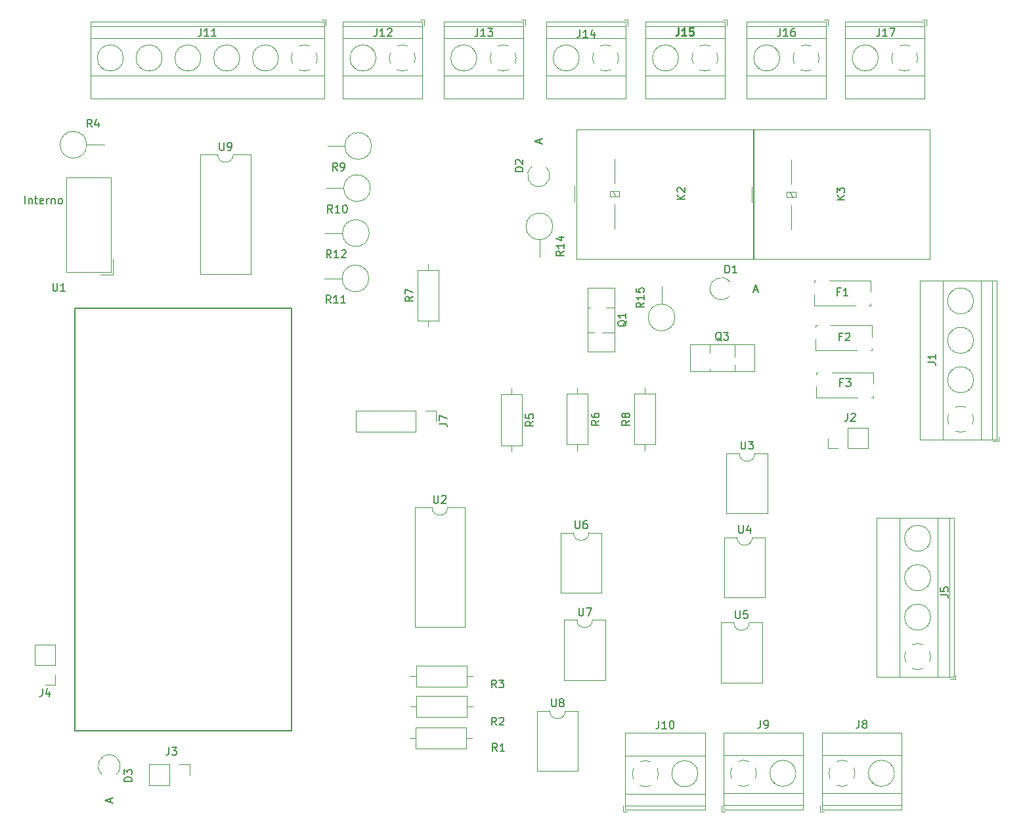
<source format=gbr>
%TF.GenerationSoftware,KiCad,Pcbnew,(5.1.9)-1*%
%TF.CreationDate,2021-11-17T10:25:35-03:00*%
%TF.ProjectId,MODULO-IoT,4d4f4455-4c4f-42d4-996f-542e6b696361,rev?*%
%TF.SameCoordinates,Original*%
%TF.FileFunction,Legend,Top*%
%TF.FilePolarity,Positive*%
%FSLAX46Y46*%
G04 Gerber Fmt 4.6, Leading zero omitted, Abs format (unit mm)*
G04 Created by KiCad (PCBNEW (5.1.9)-1) date 2021-11-17 10:25:35*
%MOMM*%
%LPD*%
G01*
G04 APERTURE LIST*
%ADD10C,0.120000*%
%ADD11C,0.127000*%
%ADD12C,0.150000*%
%ADD13C,0.250000*%
G04 APERTURE END LIST*
D10*
%TO.C,J4*%
X87385200Y-126432000D02*
X84725200Y-126432000D01*
X87385200Y-129032000D02*
X87385200Y-126432000D01*
X84725200Y-129032000D02*
X84725200Y-126432000D01*
X87385200Y-129032000D02*
X84725200Y-129032000D01*
X87385200Y-130302000D02*
X87385200Y-131632000D01*
X87385200Y-131632000D02*
X86055200Y-131632000D01*
%TO.C,D3*%
X93366734Y-143090650D02*
G75*
G02*
X95235600Y-143150039I968866J1053850D01*
G01*
%TO.C,J10*%
X170234400Y-143052800D02*
G75*
G03*
X170234400Y-143052800I-1680000J0D01*
G01*
X160874400Y-147152800D02*
X171154400Y-147152800D01*
X160874400Y-145652800D02*
X171154400Y-145652800D01*
X160874400Y-140751800D02*
X171154400Y-140751800D01*
X160874400Y-137791800D02*
X171154400Y-137791800D01*
X160874400Y-147712800D02*
X171154400Y-147712800D01*
X160874400Y-137791800D02*
X160874400Y-147712800D01*
X171154400Y-137791800D02*
X171154400Y-147712800D01*
X169829400Y-141983800D02*
X169782400Y-142029800D01*
X167520400Y-144291800D02*
X167485400Y-144326800D01*
X169624400Y-141777800D02*
X169589400Y-141813800D01*
X167327400Y-144075800D02*
X167280400Y-144121800D01*
X160634400Y-147212800D02*
X160634400Y-147952800D01*
X160634400Y-147952800D02*
X161134400Y-147952800D01*
X163503205Y-144733053D02*
G75*
G02*
X162790400Y-144587800I-28805J1680253D01*
G01*
X161938974Y-143735842D02*
G75*
G02*
X161939400Y-142368800I1535426J683042D01*
G01*
X162791358Y-141517374D02*
G75*
G02*
X164158400Y-141517800I683042J-1535426D01*
G01*
X165009826Y-142369758D02*
G75*
G02*
X165009400Y-143736800I-1535426J-683042D01*
G01*
X164157718Y-144587556D02*
G75*
G02*
X163474400Y-144732800I-683318J1534756D01*
G01*
%TO.C,J9*%
X182883600Y-143002000D02*
G75*
G03*
X182883600Y-143002000I-1680000J0D01*
G01*
X173523600Y-147102000D02*
X183803600Y-147102000D01*
X173523600Y-145602000D02*
X183803600Y-145602000D01*
X173523600Y-140701000D02*
X183803600Y-140701000D01*
X173523600Y-137741000D02*
X183803600Y-137741000D01*
X173523600Y-147662000D02*
X183803600Y-147662000D01*
X173523600Y-137741000D02*
X173523600Y-147662000D01*
X183803600Y-137741000D02*
X183803600Y-147662000D01*
X182478600Y-141933000D02*
X182431600Y-141979000D01*
X180169600Y-144241000D02*
X180134600Y-144276000D01*
X182273600Y-141727000D02*
X182238600Y-141763000D01*
X179976600Y-144025000D02*
X179929600Y-144071000D01*
X173283600Y-147162000D02*
X173283600Y-147902000D01*
X173283600Y-147902000D02*
X173783600Y-147902000D01*
X176152405Y-144682253D02*
G75*
G02*
X175439600Y-144537000I-28805J1680253D01*
G01*
X174588174Y-143685042D02*
G75*
G02*
X174588600Y-142318000I1535426J683042D01*
G01*
X175440558Y-141466574D02*
G75*
G02*
X176807600Y-141467000I683042J-1535426D01*
G01*
X177659026Y-142318958D02*
G75*
G02*
X177658600Y-143686000I-1535426J-683042D01*
G01*
X176806918Y-144536756D02*
G75*
G02*
X176123600Y-144682000I-683318J1534756D01*
G01*
%TO.C,J8*%
X195583600Y-143002000D02*
G75*
G03*
X195583600Y-143002000I-1680000J0D01*
G01*
X186223600Y-147102000D02*
X196503600Y-147102000D01*
X186223600Y-145602000D02*
X196503600Y-145602000D01*
X186223600Y-140701000D02*
X196503600Y-140701000D01*
X186223600Y-137741000D02*
X196503600Y-137741000D01*
X186223600Y-147662000D02*
X196503600Y-147662000D01*
X186223600Y-137741000D02*
X186223600Y-147662000D01*
X196503600Y-137741000D02*
X196503600Y-147662000D01*
X195178600Y-141933000D02*
X195131600Y-141979000D01*
X192869600Y-144241000D02*
X192834600Y-144276000D01*
X194973600Y-141727000D02*
X194938600Y-141763000D01*
X192676600Y-144025000D02*
X192629600Y-144071000D01*
X185983600Y-147162000D02*
X185983600Y-147902000D01*
X185983600Y-147902000D02*
X186483600Y-147902000D01*
X188852405Y-144682253D02*
G75*
G02*
X188139600Y-144537000I-28805J1680253D01*
G01*
X187288174Y-143685042D02*
G75*
G02*
X187288600Y-142318000I1535426J683042D01*
G01*
X188140558Y-141466574D02*
G75*
G02*
X189507600Y-141467000I683042J-1535426D01*
G01*
X190359026Y-142318958D02*
G75*
G02*
X190358600Y-143686000I-1535426J-683042D01*
G01*
X189506918Y-144536756D02*
G75*
G02*
X188823600Y-144682000I-683318J1534756D01*
G01*
%TO.C,K3*%
X182286000Y-67077600D02*
X182286000Y-63927600D01*
X182286000Y-72927600D02*
X182286000Y-69777600D01*
X177176000Y-69427600D02*
X177176000Y-67427600D01*
X182886000Y-68777600D02*
X182886000Y-68077600D01*
X181686000Y-68777600D02*
X182886000Y-68777600D01*
X181686000Y-68077600D02*
X181686000Y-68777600D01*
X182886000Y-68077600D02*
X181686000Y-68077600D01*
X182486000Y-68777600D02*
X182086000Y-68077600D01*
X200136000Y-76777600D02*
X200136000Y-60077600D01*
X177436000Y-76777600D02*
X200136000Y-76777600D01*
X177436000Y-60077600D02*
X177436000Y-76777600D01*
X200136000Y-60077600D02*
X177436000Y-60077600D01*
%TO.C,R7*%
X135432800Y-77392400D02*
X135432800Y-78162400D01*
X135432800Y-85472400D02*
X135432800Y-84702400D01*
X134062800Y-78162400D02*
X134062800Y-84702400D01*
X136802800Y-78162400D02*
X134062800Y-78162400D01*
X136802800Y-84702400D02*
X136802800Y-78162400D01*
X134062800Y-84702400D02*
X136802800Y-84702400D01*
%TO.C,J12*%
X134970800Y-45950000D02*
X134470800Y-45950000D01*
X134970800Y-46690000D02*
X134970800Y-45950000D01*
X128277800Y-49827000D02*
X128324800Y-49781000D01*
X125980800Y-52125000D02*
X126015800Y-52089000D01*
X128084800Y-49611000D02*
X128119800Y-49576000D01*
X125775800Y-51919000D02*
X125822800Y-51873000D01*
X124450800Y-56111000D02*
X124450800Y-46190000D01*
X134730800Y-56111000D02*
X134730800Y-46190000D01*
X134730800Y-46190000D02*
X124450800Y-46190000D01*
X134730800Y-56111000D02*
X124450800Y-56111000D01*
X134730800Y-53151000D02*
X124450800Y-53151000D01*
X134730800Y-48250000D02*
X124450800Y-48250000D01*
X134730800Y-46750000D02*
X124450800Y-46750000D01*
X128730800Y-50850000D02*
G75*
G03*
X128730800Y-50850000I-1680000J0D01*
G01*
X132101995Y-49169747D02*
G75*
G02*
X132814800Y-49315000I28805J-1680253D01*
G01*
X133666226Y-50166958D02*
G75*
G02*
X133665800Y-51534000I-1535426J-683042D01*
G01*
X132813842Y-52385426D02*
G75*
G02*
X131446800Y-52385000I-683042J1535426D01*
G01*
X130595374Y-51533042D02*
G75*
G02*
X130595800Y-50166000I1535426J683042D01*
G01*
X131447482Y-49315244D02*
G75*
G02*
X132130800Y-49170000I683318J-1534756D01*
G01*
%TO.C,K2*%
X159476800Y-67026800D02*
X159476800Y-63876800D01*
X159476800Y-72876800D02*
X159476800Y-69726800D01*
X154366800Y-69376800D02*
X154366800Y-67376800D01*
X160076800Y-68726800D02*
X160076800Y-68026800D01*
X158876800Y-68726800D02*
X160076800Y-68726800D01*
X158876800Y-68026800D02*
X158876800Y-68726800D01*
X160076800Y-68026800D02*
X158876800Y-68026800D01*
X159676800Y-68726800D02*
X159276800Y-68026800D01*
X177326800Y-76726800D02*
X177326800Y-60026800D01*
X154626800Y-76726800D02*
X177326800Y-76726800D01*
X154626800Y-60026800D02*
X154626800Y-76726800D01*
X177326800Y-60026800D02*
X154626800Y-60026800D01*
%TO.C,J16*%
X187040800Y-45950000D02*
X186540800Y-45950000D01*
X187040800Y-46690000D02*
X187040800Y-45950000D01*
X180347800Y-49827000D02*
X180394800Y-49781000D01*
X178050800Y-52125000D02*
X178085800Y-52089000D01*
X180154800Y-49611000D02*
X180189800Y-49576000D01*
X177845800Y-51919000D02*
X177892800Y-51873000D01*
X176520800Y-56111000D02*
X176520800Y-46190000D01*
X186800800Y-56111000D02*
X186800800Y-46190000D01*
X186800800Y-46190000D02*
X176520800Y-46190000D01*
X186800800Y-56111000D02*
X176520800Y-56111000D01*
X186800800Y-53151000D02*
X176520800Y-53151000D01*
X186800800Y-48250000D02*
X176520800Y-48250000D01*
X186800800Y-46750000D02*
X176520800Y-46750000D01*
X180800800Y-50850000D02*
G75*
G03*
X180800800Y-50850000I-1680000J0D01*
G01*
X184171995Y-49169747D02*
G75*
G02*
X184884800Y-49315000I28805J-1680253D01*
G01*
X185736226Y-50166958D02*
G75*
G02*
X185735800Y-51534000I-1535426J-683042D01*
G01*
X184883842Y-52385426D02*
G75*
G02*
X183516800Y-52385000I-683042J1535426D01*
G01*
X182665374Y-51533042D02*
G75*
G02*
X182665800Y-50166000I1535426J683042D01*
G01*
X183517482Y-49315244D02*
G75*
G02*
X184200800Y-49170000I683318J-1534756D01*
G01*
%TO.C,U7*%
X154651200Y-123231600D02*
X153001200Y-123231600D01*
X153001200Y-123231600D02*
X153001200Y-130971600D01*
X153001200Y-130971600D02*
X158301200Y-130971600D01*
X158301200Y-130971600D02*
X158301200Y-123231600D01*
X158301200Y-123231600D02*
X156651200Y-123231600D01*
X156651200Y-123231600D02*
G75*
G02*
X154651200Y-123231600I-1000000J0D01*
G01*
%TO.C,D1*%
X174281850Y-81537666D02*
G75*
G02*
X174341239Y-79668800I-1053850J968866D01*
G01*
%TO.C,D2*%
X150676466Y-64935350D02*
G75*
G02*
X148807600Y-64875961I-968866J-1053850D01*
G01*
%TO.C,J1*%
X209014400Y-100223600D02*
X209014400Y-99723600D01*
X208274400Y-100223600D02*
X209014400Y-100223600D01*
X205137400Y-83370600D02*
X205183400Y-83417600D01*
X202839400Y-81073600D02*
X202875400Y-81108600D01*
X205353400Y-83177600D02*
X205388400Y-83212600D01*
X203045400Y-80868600D02*
X203091400Y-80915600D01*
X205137400Y-88450600D02*
X205183400Y-88497600D01*
X202839400Y-86153600D02*
X202875400Y-86188600D01*
X205353400Y-88257600D02*
X205388400Y-88292600D01*
X203045400Y-85948600D02*
X203091400Y-85995600D01*
X205137400Y-93530600D02*
X205183400Y-93577600D01*
X202839400Y-91233600D02*
X202875400Y-91268600D01*
X205353400Y-93337600D02*
X205388400Y-93372600D01*
X203045400Y-91028600D02*
X203091400Y-91075600D01*
X198853400Y-79543600D02*
X208774400Y-79543600D01*
X198853400Y-99983600D02*
X208774400Y-99983600D01*
X208774400Y-99983600D02*
X208774400Y-79543600D01*
X198853400Y-99983600D02*
X198853400Y-79543600D01*
X201813400Y-99983600D02*
X201813400Y-79543600D01*
X206714400Y-99983600D02*
X206714400Y-79543600D01*
X208214400Y-99983600D02*
X208214400Y-79543600D01*
X205794400Y-82143600D02*
G75*
G03*
X205794400Y-82143600I-1680000J0D01*
G01*
X205794400Y-87223600D02*
G75*
G03*
X205794400Y-87223600I-1680000J0D01*
G01*
X205794400Y-92303600D02*
G75*
G03*
X205794400Y-92303600I-1680000J0D01*
G01*
X205649156Y-96700282D02*
G75*
G02*
X205794400Y-97383600I-1534756J-683318D01*
G01*
X203431358Y-95848174D02*
G75*
G02*
X204798400Y-95848600I683042J-1535426D01*
G01*
X202578974Y-98066642D02*
G75*
G02*
X202579400Y-96699600I1535426J683042D01*
G01*
X204797442Y-98919026D02*
G75*
G02*
X203430400Y-98918600I-683042J1535426D01*
G01*
X205794653Y-97354795D02*
G75*
G02*
X205649400Y-98067600I-1680253J-28805D01*
G01*
%TO.C,J2*%
X192185600Y-101152000D02*
X192185600Y-98492000D01*
X189585600Y-101152000D02*
X192185600Y-101152000D01*
X189585600Y-98492000D02*
X192185600Y-98492000D01*
X189585600Y-101152000D02*
X189585600Y-98492000D01*
X188315600Y-101152000D02*
X186985600Y-101152000D01*
X186985600Y-101152000D02*
X186985600Y-99822000D01*
%TO.C,J5*%
X200257200Y-122885200D02*
G75*
G03*
X200257200Y-122885200I-1680000J0D01*
G01*
X200257200Y-117805200D02*
G75*
G03*
X200257200Y-117805200I-1680000J0D01*
G01*
X200257200Y-112725200D02*
G75*
G03*
X200257200Y-112725200I-1680000J0D01*
G01*
X202677200Y-130565200D02*
X202677200Y-110125200D01*
X201177200Y-130565200D02*
X201177200Y-110125200D01*
X196276200Y-130565200D02*
X196276200Y-110125200D01*
X193316200Y-130565200D02*
X193316200Y-110125200D01*
X203237200Y-130565200D02*
X203237200Y-110125200D01*
X193316200Y-130565200D02*
X203237200Y-130565200D01*
X193316200Y-110125200D02*
X203237200Y-110125200D01*
X197508200Y-121610200D02*
X197554200Y-121657200D01*
X199816200Y-123919200D02*
X199851200Y-123954200D01*
X197302200Y-121815200D02*
X197338200Y-121850200D01*
X199600200Y-124112200D02*
X199646200Y-124159200D01*
X197508200Y-116530200D02*
X197554200Y-116577200D01*
X199816200Y-118839200D02*
X199851200Y-118874200D01*
X197302200Y-116735200D02*
X197338200Y-116770200D01*
X199600200Y-119032200D02*
X199646200Y-119079200D01*
X197508200Y-111450200D02*
X197554200Y-111497200D01*
X199816200Y-113759200D02*
X199851200Y-113794200D01*
X197302200Y-111655200D02*
X197338200Y-111690200D01*
X199600200Y-113952200D02*
X199646200Y-113999200D01*
X202737200Y-130805200D02*
X203477200Y-130805200D01*
X203477200Y-130805200D02*
X203477200Y-130305200D01*
X200257453Y-127936395D02*
G75*
G02*
X200112200Y-128649200I-1680253J-28805D01*
G01*
X199260242Y-129500626D02*
G75*
G02*
X197893200Y-129500200I-683042J1535426D01*
G01*
X197041774Y-128648242D02*
G75*
G02*
X197042200Y-127281200I1535426J683042D01*
G01*
X197894158Y-126429774D02*
G75*
G02*
X199261200Y-126430200I683042J-1535426D01*
G01*
X200111956Y-127281882D02*
G75*
G02*
X200257200Y-127965200I-1534756J-683318D01*
G01*
%TO.C,J17*%
X199740800Y-45950000D02*
X199240800Y-45950000D01*
X199740800Y-46690000D02*
X199740800Y-45950000D01*
X193047800Y-49827000D02*
X193094800Y-49781000D01*
X190750800Y-52125000D02*
X190785800Y-52089000D01*
X192854800Y-49611000D02*
X192889800Y-49576000D01*
X190545800Y-51919000D02*
X190592800Y-51873000D01*
X189220800Y-56111000D02*
X189220800Y-46190000D01*
X199500800Y-56111000D02*
X199500800Y-46190000D01*
X199500800Y-46190000D02*
X189220800Y-46190000D01*
X199500800Y-56111000D02*
X189220800Y-56111000D01*
X199500800Y-53151000D02*
X189220800Y-53151000D01*
X199500800Y-48250000D02*
X189220800Y-48250000D01*
X199500800Y-46750000D02*
X189220800Y-46750000D01*
X193500800Y-50850000D02*
G75*
G03*
X193500800Y-50850000I-1680000J0D01*
G01*
X196217482Y-49315244D02*
G75*
G02*
X196900800Y-49170000I683318J-1534756D01*
G01*
X195365374Y-51533042D02*
G75*
G02*
X195365800Y-50166000I1535426J683042D01*
G01*
X197583842Y-52385426D02*
G75*
G02*
X196216800Y-52385000I-683042J1535426D01*
G01*
X198436226Y-50166958D02*
G75*
G02*
X198435800Y-51534000I-1535426J-683042D01*
G01*
X196871995Y-49169747D02*
G75*
G02*
X197584800Y-49315000I28805J-1680253D01*
G01*
%TO.C,J7*%
X136458000Y-96307600D02*
X136458000Y-97637600D01*
X135128000Y-96307600D02*
X136458000Y-96307600D01*
X133858000Y-96307600D02*
X133858000Y-98967600D01*
X133858000Y-98967600D02*
X126178000Y-98967600D01*
X133858000Y-96307600D02*
X126178000Y-96307600D01*
X126178000Y-96307600D02*
X126178000Y-98967600D01*
%TO.C,R1*%
X140379200Y-139850800D02*
X140379200Y-137110800D01*
X140379200Y-137110800D02*
X133839200Y-137110800D01*
X133839200Y-137110800D02*
X133839200Y-139850800D01*
X133839200Y-139850800D02*
X140379200Y-139850800D01*
X141149200Y-138480800D02*
X140379200Y-138480800D01*
X133069200Y-138480800D02*
X133839200Y-138480800D01*
%TO.C,R2*%
X133170800Y-134416800D02*
X133940800Y-134416800D01*
X141250800Y-134416800D02*
X140480800Y-134416800D01*
X133940800Y-135786800D02*
X140480800Y-135786800D01*
X133940800Y-133046800D02*
X133940800Y-135786800D01*
X140480800Y-133046800D02*
X133940800Y-133046800D01*
X140480800Y-135786800D02*
X140480800Y-133046800D01*
%TO.C,R3*%
X140430000Y-131875200D02*
X140430000Y-129135200D01*
X140430000Y-129135200D02*
X133890000Y-129135200D01*
X133890000Y-129135200D02*
X133890000Y-131875200D01*
X133890000Y-131875200D02*
X140430000Y-131875200D01*
X141200000Y-130505200D02*
X140430000Y-130505200D01*
X133120000Y-130505200D02*
X133890000Y-130505200D01*
%TO.C,R5*%
X146202400Y-101525200D02*
X146202400Y-100755200D01*
X146202400Y-93445200D02*
X146202400Y-94215200D01*
X147572400Y-100755200D02*
X147572400Y-94215200D01*
X144832400Y-100755200D02*
X147572400Y-100755200D01*
X144832400Y-94215200D02*
X144832400Y-100755200D01*
X147572400Y-94215200D02*
X144832400Y-94215200D01*
%TO.C,R6*%
X154686000Y-101423600D02*
X154686000Y-100653600D01*
X154686000Y-93343600D02*
X154686000Y-94113600D01*
X156056000Y-100653600D02*
X156056000Y-94113600D01*
X153316000Y-100653600D02*
X156056000Y-100653600D01*
X153316000Y-94113600D02*
X153316000Y-100653600D01*
X156056000Y-94113600D02*
X153316000Y-94113600D01*
%TO.C,R8*%
X163372800Y-101423600D02*
X163372800Y-100653600D01*
X163372800Y-93343600D02*
X163372800Y-94113600D01*
X164742800Y-100653600D02*
X164742800Y-94113600D01*
X162002800Y-100653600D02*
X164742800Y-100653600D01*
X162002800Y-94113600D02*
X162002800Y-100653600D01*
X164742800Y-94113600D02*
X162002800Y-94113600D01*
%TO.C,Interno*%
X94854000Y-78749200D02*
X93244000Y-78749200D01*
X94854000Y-78749200D02*
X94854000Y-76749200D01*
X94574000Y-66209200D02*
X94574000Y-78459200D01*
X88814000Y-66209200D02*
X94574000Y-66209200D01*
X88814000Y-78469200D02*
X88814000Y-66209200D01*
X94564000Y-78469200D02*
X88824000Y-78469200D01*
D11*
%TO.C,U1*%
X117836000Y-137486000D02*
X89936000Y-137486000D01*
X117836000Y-83086000D02*
X117836000Y-137486000D01*
X89936000Y-83086000D02*
X117836000Y-83086000D01*
X89936000Y-137486000D02*
X89936000Y-83086000D01*
D10*
%TO.C,U2*%
X140191800Y-108753600D02*
X137956800Y-108753600D01*
X140191800Y-124113600D02*
X140191800Y-108753600D01*
X133721800Y-124113600D02*
X140191800Y-124113600D01*
X133721800Y-108753600D02*
X133721800Y-124113600D01*
X135956800Y-108753600D02*
X133721800Y-108753600D01*
X137956800Y-108753600D02*
G75*
G02*
X135956800Y-108753600I-1000000J0D01*
G01*
%TO.C,U3*%
X175580800Y-101794000D02*
X173930800Y-101794000D01*
X173930800Y-101794000D02*
X173930800Y-109534000D01*
X173930800Y-109534000D02*
X179230800Y-109534000D01*
X179230800Y-109534000D02*
X179230800Y-101794000D01*
X179230800Y-101794000D02*
X177580800Y-101794000D01*
X177580800Y-101794000D02*
G75*
G02*
X175580800Y-101794000I-1000000J0D01*
G01*
%TO.C,U4*%
X178926000Y-112614400D02*
X177276000Y-112614400D01*
X178926000Y-120354400D02*
X178926000Y-112614400D01*
X173626000Y-120354400D02*
X178926000Y-120354400D01*
X173626000Y-112614400D02*
X173626000Y-120354400D01*
X175276000Y-112614400D02*
X173626000Y-112614400D01*
X177276000Y-112614400D02*
G75*
G02*
X175276000Y-112614400I-1000000J0D01*
G01*
%TO.C,U5*%
X174869600Y-123587200D02*
X173219600Y-123587200D01*
X173219600Y-123587200D02*
X173219600Y-131327200D01*
X173219600Y-131327200D02*
X178519600Y-131327200D01*
X178519600Y-131327200D02*
X178519600Y-123587200D01*
X178519600Y-123587200D02*
X176869600Y-123587200D01*
X176869600Y-123587200D02*
G75*
G02*
X174869600Y-123587200I-1000000J0D01*
G01*
%TO.C,U6*%
X157844000Y-112004800D02*
X156194000Y-112004800D01*
X157844000Y-119744800D02*
X157844000Y-112004800D01*
X152544000Y-119744800D02*
X157844000Y-119744800D01*
X152544000Y-112004800D02*
X152544000Y-119744800D01*
X154194000Y-112004800D02*
X152544000Y-112004800D01*
X156194000Y-112004800D02*
G75*
G02*
X154194000Y-112004800I-1000000J0D01*
G01*
%TO.C,U8*%
X154796000Y-134966400D02*
X153146000Y-134966400D01*
X154796000Y-142706400D02*
X154796000Y-134966400D01*
X149496000Y-142706400D02*
X154796000Y-142706400D01*
X149496000Y-134966400D02*
X149496000Y-142706400D01*
X151146000Y-134966400D02*
X149496000Y-134966400D01*
X153146000Y-134966400D02*
G75*
G02*
X151146000Y-134966400I-1000000J0D01*
G01*
%TO.C,F1*%
X185214400Y-79787200D02*
X185214400Y-79537200D01*
X185214400Y-82737200D02*
X185214400Y-81286200D01*
X192514400Y-80987200D02*
X192514400Y-79537200D01*
X192514400Y-82737200D02*
X192514400Y-82487200D01*
X185435400Y-79537200D02*
X185214400Y-79537200D01*
X192514400Y-79537200D02*
X187192400Y-79537200D01*
X190535400Y-82737200D02*
X185214400Y-82737200D01*
X192514400Y-82737200D02*
X192293400Y-82737200D01*
%TO.C,F2*%
X192717600Y-88528400D02*
X192496600Y-88528400D01*
X190738600Y-88528400D02*
X185417600Y-88528400D01*
X192717600Y-85328400D02*
X187395600Y-85328400D01*
X185638600Y-85328400D02*
X185417600Y-85328400D01*
X192717600Y-88528400D02*
X192717600Y-88278400D01*
X192717600Y-86778400D02*
X192717600Y-85328400D01*
X185417600Y-88528400D02*
X185417600Y-87077400D01*
X185417600Y-85578400D02*
X185417600Y-85328400D01*
%TO.C,F3*%
X185519200Y-91623600D02*
X185519200Y-91373600D01*
X185519200Y-94573600D02*
X185519200Y-93122600D01*
X192819200Y-92823600D02*
X192819200Y-91373600D01*
X192819200Y-94573600D02*
X192819200Y-94323600D01*
X185740200Y-91373600D02*
X185519200Y-91373600D01*
X192819200Y-91373600D02*
X187497200Y-91373600D01*
X190840200Y-94573600D02*
X185519200Y-94573600D01*
X192819200Y-94573600D02*
X192598200Y-94573600D01*
%TO.C,U9*%
X112556600Y-63287600D02*
X110321600Y-63287600D01*
X112556600Y-78647600D02*
X112556600Y-63287600D01*
X106086600Y-78647600D02*
X112556600Y-78647600D01*
X106086600Y-63287600D02*
X106086600Y-78647600D01*
X108321600Y-63287600D02*
X106086600Y-63287600D01*
X110321600Y-63287600D02*
G75*
G02*
X108321600Y-63287600I-1000000J0D01*
G01*
%TO.C,J3*%
X99508000Y-141875200D02*
X99508000Y-144535200D01*
X102108000Y-141875200D02*
X99508000Y-141875200D01*
X102108000Y-144535200D02*
X99508000Y-144535200D01*
X102108000Y-141875200D02*
X102108000Y-144535200D01*
X103378000Y-141875200D02*
X104708000Y-141875200D01*
X104708000Y-141875200D02*
X104708000Y-143205200D01*
%TO.C,Q1*%
X156838400Y-86183000D02*
X156008400Y-86183000D01*
X159498400Y-86183000D02*
X157918400Y-86183000D01*
X156328400Y-82982000D02*
X156008400Y-82982000D01*
X159498400Y-82982000D02*
X158428400Y-82982000D01*
X159498400Y-88702000D02*
X156008400Y-88702000D01*
X159498400Y-80462000D02*
X156008400Y-80462000D01*
X156008400Y-80462000D02*
X156008400Y-88702000D01*
X159498400Y-80462000D02*
X159498400Y-88702000D01*
%TO.C,Q3*%
X169260400Y-87745200D02*
X177500400Y-87745200D01*
X169260400Y-91235200D02*
X177500400Y-91235200D01*
X169260400Y-87745200D02*
X169260400Y-91235200D01*
X177500400Y-87745200D02*
X177500400Y-91235200D01*
X171780400Y-87745200D02*
X171780400Y-88815200D01*
X171780400Y-90915200D02*
X171780400Y-91235200D01*
X174981400Y-87745200D02*
X174981400Y-89325200D01*
X174981400Y-90405200D02*
X174981400Y-91235200D01*
%TO.C,J13*%
X141735600Y-50850000D02*
G75*
G03*
X141735600Y-50850000I-1680000J0D01*
G01*
X147735600Y-46750000D02*
X137455600Y-46750000D01*
X147735600Y-48250000D02*
X137455600Y-48250000D01*
X147735600Y-53151000D02*
X137455600Y-53151000D01*
X147735600Y-56111000D02*
X137455600Y-56111000D01*
X147735600Y-46190000D02*
X137455600Y-46190000D01*
X147735600Y-56111000D02*
X147735600Y-46190000D01*
X137455600Y-56111000D02*
X137455600Y-46190000D01*
X138780600Y-51919000D02*
X138827600Y-51873000D01*
X141089600Y-49611000D02*
X141124600Y-49576000D01*
X138985600Y-52125000D02*
X139020600Y-52089000D01*
X141282600Y-49827000D02*
X141329600Y-49781000D01*
X147975600Y-46690000D02*
X147975600Y-45950000D01*
X147975600Y-45950000D02*
X147475600Y-45950000D01*
X144452282Y-49315244D02*
G75*
G02*
X145135600Y-49170000I683318J-1534756D01*
G01*
X143600174Y-51533042D02*
G75*
G02*
X143600600Y-50166000I1535426J683042D01*
G01*
X145818642Y-52385426D02*
G75*
G02*
X144451600Y-52385000I-683042J1535426D01*
G01*
X146671026Y-50166958D02*
G75*
G02*
X146670600Y-51534000I-1535426J-683042D01*
G01*
X145106795Y-49169747D02*
G75*
G02*
X145819600Y-49315000I28805J-1680253D01*
G01*
%TO.C,J14*%
X161183600Y-45950000D02*
X160683600Y-45950000D01*
X161183600Y-46690000D02*
X161183600Y-45950000D01*
X154490600Y-49827000D02*
X154537600Y-49781000D01*
X152193600Y-52125000D02*
X152228600Y-52089000D01*
X154297600Y-49611000D02*
X154332600Y-49576000D01*
X151988600Y-51919000D02*
X152035600Y-51873000D01*
X150663600Y-56111000D02*
X150663600Y-46190000D01*
X160943600Y-56111000D02*
X160943600Y-46190000D01*
X160943600Y-46190000D02*
X150663600Y-46190000D01*
X160943600Y-56111000D02*
X150663600Y-56111000D01*
X160943600Y-53151000D02*
X150663600Y-53151000D01*
X160943600Y-48250000D02*
X150663600Y-48250000D01*
X160943600Y-46750000D02*
X150663600Y-46750000D01*
X154943600Y-50850000D02*
G75*
G03*
X154943600Y-50850000I-1680000J0D01*
G01*
X158314795Y-49169747D02*
G75*
G02*
X159027600Y-49315000I28805J-1680253D01*
G01*
X159879026Y-50166958D02*
G75*
G02*
X159878600Y-51534000I-1535426J-683042D01*
G01*
X159026642Y-52385426D02*
G75*
G02*
X157659600Y-52385000I-683042J1535426D01*
G01*
X156808174Y-51533042D02*
G75*
G02*
X156808600Y-50166000I1535426J683042D01*
G01*
X157660282Y-49315244D02*
G75*
G02*
X158343600Y-49170000I683318J-1534756D01*
G01*
%TO.C,J15*%
X167745200Y-50850000D02*
G75*
G03*
X167745200Y-50850000I-1680000J0D01*
G01*
X173745200Y-46750000D02*
X163465200Y-46750000D01*
X173745200Y-48250000D02*
X163465200Y-48250000D01*
X173745200Y-53151000D02*
X163465200Y-53151000D01*
X173745200Y-56111000D02*
X163465200Y-56111000D01*
X173745200Y-46190000D02*
X163465200Y-46190000D01*
X173745200Y-56111000D02*
X173745200Y-46190000D01*
X163465200Y-56111000D02*
X163465200Y-46190000D01*
X164790200Y-51919000D02*
X164837200Y-51873000D01*
X167099200Y-49611000D02*
X167134200Y-49576000D01*
X164995200Y-52125000D02*
X165030200Y-52089000D01*
X167292200Y-49827000D02*
X167339200Y-49781000D01*
X173985200Y-46690000D02*
X173985200Y-45950000D01*
X173985200Y-45950000D02*
X173485200Y-45950000D01*
X170461882Y-49315244D02*
G75*
G02*
X171145200Y-49170000I683318J-1534756D01*
G01*
X169609774Y-51533042D02*
G75*
G02*
X169610200Y-50166000I1535426J683042D01*
G01*
X171828242Y-52385426D02*
G75*
G02*
X170461200Y-52385000I-683042J1535426D01*
G01*
X172680626Y-50166958D02*
G75*
G02*
X172680200Y-51534000I-1535426J-683042D01*
G01*
X171116395Y-49169747D02*
G75*
G02*
X171829200Y-49315000I28805J-1680253D01*
G01*
%TO.C,J11*%
X116161600Y-50850000D02*
G75*
G03*
X116161600Y-50850000I-1680000J0D01*
G01*
X111161600Y-50850000D02*
G75*
G03*
X111161600Y-50850000I-1680000J0D01*
G01*
X106161600Y-50850000D02*
G75*
G03*
X106161600Y-50850000I-1680000J0D01*
G01*
X101161600Y-50850000D02*
G75*
G03*
X101161600Y-50850000I-1680000J0D01*
G01*
X96161600Y-50850000D02*
G75*
G03*
X96161600Y-50850000I-1680000J0D01*
G01*
X122041600Y-46750000D02*
X91921600Y-46750000D01*
X122041600Y-48250000D02*
X91921600Y-48250000D01*
X122041600Y-53151000D02*
X91921600Y-53151000D01*
X122041600Y-56111000D02*
X91921600Y-56111000D01*
X122041600Y-46190000D02*
X91921600Y-46190000D01*
X122041600Y-56111000D02*
X122041600Y-46190000D01*
X91921600Y-56111000D02*
X91921600Y-46190000D01*
X113206600Y-51919000D02*
X113253600Y-51873000D01*
X115515600Y-49611000D02*
X115550600Y-49576000D01*
X113411600Y-52125000D02*
X113446600Y-52089000D01*
X115708600Y-49827000D02*
X115755600Y-49781000D01*
X108206600Y-51919000D02*
X108253600Y-51873000D01*
X110515600Y-49611000D02*
X110550600Y-49576000D01*
X108411600Y-52125000D02*
X108446600Y-52089000D01*
X110708600Y-49827000D02*
X110755600Y-49781000D01*
X103206600Y-51919000D02*
X103253600Y-51873000D01*
X105515600Y-49611000D02*
X105550600Y-49576000D01*
X103411600Y-52125000D02*
X103446600Y-52089000D01*
X105708600Y-49827000D02*
X105755600Y-49781000D01*
X98206600Y-51919000D02*
X98253600Y-51873000D01*
X100515600Y-49611000D02*
X100550600Y-49576000D01*
X98411600Y-52125000D02*
X98446600Y-52089000D01*
X100708600Y-49827000D02*
X100755600Y-49781000D01*
X93206600Y-51919000D02*
X93253600Y-51873000D01*
X95515600Y-49611000D02*
X95550600Y-49576000D01*
X93411600Y-52125000D02*
X93446600Y-52089000D01*
X95708600Y-49827000D02*
X95755600Y-49781000D01*
X122281600Y-46690000D02*
X122281600Y-45950000D01*
X122281600Y-45950000D02*
X121781600Y-45950000D01*
X118798282Y-49315244D02*
G75*
G02*
X119481600Y-49170000I683318J-1534756D01*
G01*
X117946174Y-51533042D02*
G75*
G02*
X117946600Y-50166000I1535426J683042D01*
G01*
X120164642Y-52385426D02*
G75*
G02*
X118797600Y-52385000I-683042J1535426D01*
G01*
X121017026Y-50166958D02*
G75*
G02*
X121016600Y-51534000I-1535426J-683042D01*
G01*
X119452795Y-49169747D02*
G75*
G02*
X120165600Y-49315000I28805J-1680253D01*
G01*
%TO.C,R4*%
X91432800Y-62026800D02*
G75*
G03*
X91432800Y-62026800I-1720000J0D01*
G01*
X91432800Y-62026800D02*
X93692800Y-62026800D01*
%TO.C,R9*%
X124721200Y-62179200D02*
X122461200Y-62179200D01*
X128161200Y-62179200D02*
G75*
G03*
X128161200Y-62179200I-1720000J0D01*
G01*
%TO.C,R10*%
X128008800Y-67614800D02*
G75*
G03*
X128008800Y-67614800I-1720000J0D01*
G01*
X124568800Y-67614800D02*
X122308800Y-67614800D01*
%TO.C,R11*%
X124365600Y-79248000D02*
X122105600Y-79248000D01*
X127805600Y-79248000D02*
G75*
G03*
X127805600Y-79248000I-1720000J0D01*
G01*
%TO.C,R12*%
X127856400Y-73406000D02*
G75*
G03*
X127856400Y-73406000I-1720000J0D01*
G01*
X124416400Y-73406000D02*
X122156400Y-73406000D01*
%TO.C,R14*%
X151529200Y-72542400D02*
G75*
G03*
X151529200Y-72542400I-1720000J0D01*
G01*
X149809200Y-74262400D02*
X149809200Y-76522400D01*
%TO.C,R15*%
X165557200Y-82557200D02*
X165557200Y-80297200D01*
X167277200Y-84277200D02*
G75*
G03*
X167277200Y-84277200I-1720000J0D01*
G01*
%TO.C,J4*%
D12*
X85721866Y-132084380D02*
X85721866Y-132798666D01*
X85674247Y-132941523D01*
X85579009Y-133036761D01*
X85436152Y-133084380D01*
X85340914Y-133084380D01*
X86626628Y-132417714D02*
X86626628Y-133084380D01*
X86388533Y-132036761D02*
X86150438Y-132751047D01*
X86769485Y-132751047D01*
%TO.C,D3*%
X97257980Y-144044895D02*
X96257980Y-144044895D01*
X96257980Y-143806800D01*
X96305600Y-143663942D01*
X96400838Y-143568704D01*
X96496076Y-143521085D01*
X96686552Y-143473466D01*
X96829409Y-143473466D01*
X97019885Y-143521085D01*
X97115123Y-143568704D01*
X97210361Y-143663942D01*
X97257980Y-143806800D01*
X97257980Y-144044895D01*
X96257980Y-143140133D02*
X96257980Y-142521085D01*
X96638933Y-142854419D01*
X96638933Y-142711561D01*
X96686552Y-142616323D01*
X96734171Y-142568704D01*
X96829409Y-142521085D01*
X97067504Y-142521085D01*
X97162742Y-142568704D01*
X97210361Y-142616323D01*
X97257980Y-142711561D01*
X97257980Y-142997276D01*
X97210361Y-143092514D01*
X97162742Y-143140133D01*
X94502266Y-146714895D02*
X94502266Y-146238704D01*
X94787980Y-146810133D02*
X93787980Y-146476800D01*
X94787980Y-146143466D01*
%TO.C,J10*%
X165204876Y-136245180D02*
X165204876Y-136959466D01*
X165157257Y-137102323D01*
X165062019Y-137197561D01*
X164919161Y-137245180D01*
X164823923Y-137245180D01*
X166204876Y-137245180D02*
X165633447Y-137245180D01*
X165919161Y-137245180D02*
X165919161Y-136245180D01*
X165823923Y-136388038D01*
X165728685Y-136483276D01*
X165633447Y-136530895D01*
X166823923Y-136245180D02*
X166919161Y-136245180D01*
X167014400Y-136292800D01*
X167062019Y-136340419D01*
X167109638Y-136435657D01*
X167157257Y-136626133D01*
X167157257Y-136864228D01*
X167109638Y-137054704D01*
X167062019Y-137149942D01*
X167014400Y-137197561D01*
X166919161Y-137245180D01*
X166823923Y-137245180D01*
X166728685Y-137197561D01*
X166681066Y-137149942D01*
X166633447Y-137054704D01*
X166585828Y-136864228D01*
X166585828Y-136626133D01*
X166633447Y-136435657D01*
X166681066Y-136340419D01*
X166728685Y-136292800D01*
X166823923Y-136245180D01*
%TO.C,J9*%
X178330266Y-136194380D02*
X178330266Y-136908666D01*
X178282647Y-137051523D01*
X178187409Y-137146761D01*
X178044552Y-137194380D01*
X177949314Y-137194380D01*
X178854076Y-137194380D02*
X179044552Y-137194380D01*
X179139790Y-137146761D01*
X179187409Y-137099142D01*
X179282647Y-136956285D01*
X179330266Y-136765809D01*
X179330266Y-136384857D01*
X179282647Y-136289619D01*
X179235028Y-136242000D01*
X179139790Y-136194380D01*
X178949314Y-136194380D01*
X178854076Y-136242000D01*
X178806457Y-136289619D01*
X178758838Y-136384857D01*
X178758838Y-136622952D01*
X178806457Y-136718190D01*
X178854076Y-136765809D01*
X178949314Y-136813428D01*
X179139790Y-136813428D01*
X179235028Y-136765809D01*
X179282647Y-136718190D01*
X179330266Y-136622952D01*
%TO.C,J8*%
X191030266Y-136194380D02*
X191030266Y-136908666D01*
X190982647Y-137051523D01*
X190887409Y-137146761D01*
X190744552Y-137194380D01*
X190649314Y-137194380D01*
X191649314Y-136622952D02*
X191554076Y-136575333D01*
X191506457Y-136527714D01*
X191458838Y-136432476D01*
X191458838Y-136384857D01*
X191506457Y-136289619D01*
X191554076Y-136242000D01*
X191649314Y-136194380D01*
X191839790Y-136194380D01*
X191935028Y-136242000D01*
X191982647Y-136289619D01*
X192030266Y-136384857D01*
X192030266Y-136432476D01*
X191982647Y-136527714D01*
X191935028Y-136575333D01*
X191839790Y-136622952D01*
X191649314Y-136622952D01*
X191554076Y-136670571D01*
X191506457Y-136718190D01*
X191458838Y-136813428D01*
X191458838Y-137003904D01*
X191506457Y-137099142D01*
X191554076Y-137146761D01*
X191649314Y-137194380D01*
X191839790Y-137194380D01*
X191935028Y-137146761D01*
X191982647Y-137099142D01*
X192030266Y-137003904D01*
X192030266Y-136813428D01*
X191982647Y-136718190D01*
X191935028Y-136670571D01*
X191839790Y-136622952D01*
%TO.C,K3*%
X189174380Y-69114895D02*
X188174380Y-69114895D01*
X189174380Y-68543466D02*
X188602952Y-68972038D01*
X188174380Y-68543466D02*
X188745809Y-69114895D01*
X188174380Y-68210133D02*
X188174380Y-67591085D01*
X188555333Y-67924419D01*
X188555333Y-67781561D01*
X188602952Y-67686323D01*
X188650571Y-67638704D01*
X188745809Y-67591085D01*
X188983904Y-67591085D01*
X189079142Y-67638704D01*
X189126761Y-67686323D01*
X189174380Y-67781561D01*
X189174380Y-68067276D01*
X189126761Y-68162514D01*
X189079142Y-68210133D01*
%TO.C,R7*%
X133515180Y-81599066D02*
X133038990Y-81932400D01*
X133515180Y-82170495D02*
X132515180Y-82170495D01*
X132515180Y-81789542D01*
X132562800Y-81694304D01*
X132610419Y-81646685D01*
X132705657Y-81599066D01*
X132848514Y-81599066D01*
X132943752Y-81646685D01*
X132991371Y-81694304D01*
X133038990Y-81789542D01*
X133038990Y-82170495D01*
X132515180Y-81265733D02*
X132515180Y-80599066D01*
X133515180Y-81027638D01*
%TO.C,J12*%
X128832076Y-47051980D02*
X128832076Y-47766266D01*
X128784457Y-47909123D01*
X128689219Y-48004361D01*
X128546361Y-48051980D01*
X128451123Y-48051980D01*
X129832076Y-48051980D02*
X129260647Y-48051980D01*
X129546361Y-48051980D02*
X129546361Y-47051980D01*
X129451123Y-47194838D01*
X129355885Y-47290076D01*
X129260647Y-47337695D01*
X130213028Y-47147219D02*
X130260647Y-47099600D01*
X130355885Y-47051980D01*
X130593980Y-47051980D01*
X130689219Y-47099600D01*
X130736838Y-47147219D01*
X130784457Y-47242457D01*
X130784457Y-47337695D01*
X130736838Y-47480552D01*
X130165409Y-48051980D01*
X130784457Y-48051980D01*
%TO.C,K2*%
X168549580Y-69064095D02*
X167549580Y-69064095D01*
X168549580Y-68492666D02*
X167978152Y-68921238D01*
X167549580Y-68492666D02*
X168121009Y-69064095D01*
X167644819Y-68111714D02*
X167597200Y-68064095D01*
X167549580Y-67968857D01*
X167549580Y-67730761D01*
X167597200Y-67635523D01*
X167644819Y-67587904D01*
X167740057Y-67540285D01*
X167835295Y-67540285D01*
X167978152Y-67587904D01*
X168549580Y-68159333D01*
X168549580Y-67540285D01*
%TO.C,J16*%
X180851276Y-47051980D02*
X180851276Y-47766266D01*
X180803657Y-47909123D01*
X180708419Y-48004361D01*
X180565561Y-48051980D01*
X180470323Y-48051980D01*
X181851276Y-48051980D02*
X181279847Y-48051980D01*
X181565561Y-48051980D02*
X181565561Y-47051980D01*
X181470323Y-47194838D01*
X181375085Y-47290076D01*
X181279847Y-47337695D01*
X182708419Y-47051980D02*
X182517942Y-47051980D01*
X182422704Y-47099600D01*
X182375085Y-47147219D01*
X182279847Y-47290076D01*
X182232228Y-47480552D01*
X182232228Y-47861504D01*
X182279847Y-47956742D01*
X182327466Y-48004361D01*
X182422704Y-48051980D01*
X182613180Y-48051980D01*
X182708419Y-48004361D01*
X182756038Y-47956742D01*
X182803657Y-47861504D01*
X182803657Y-47623409D01*
X182756038Y-47528171D01*
X182708419Y-47480552D01*
X182613180Y-47432933D01*
X182422704Y-47432933D01*
X182327466Y-47480552D01*
X182279847Y-47528171D01*
X182232228Y-47623409D01*
%TO.C,U7*%
X154889295Y-121683980D02*
X154889295Y-122493504D01*
X154936914Y-122588742D01*
X154984533Y-122636361D01*
X155079771Y-122683980D01*
X155270247Y-122683980D01*
X155365485Y-122636361D01*
X155413104Y-122588742D01*
X155460723Y-122493504D01*
X155460723Y-121683980D01*
X155841676Y-121683980D02*
X156508342Y-121683980D01*
X156079771Y-122683980D01*
%TO.C,D1*%
X173759904Y-78551180D02*
X173759904Y-77551180D01*
X173998000Y-77551180D01*
X174140857Y-77598800D01*
X174236095Y-77694038D01*
X174283714Y-77789276D01*
X174331333Y-77979752D01*
X174331333Y-78122609D01*
X174283714Y-78313085D01*
X174236095Y-78408323D01*
X174140857Y-78503561D01*
X173998000Y-78551180D01*
X173759904Y-78551180D01*
X175283714Y-78551180D02*
X174712285Y-78551180D01*
X174998000Y-78551180D02*
X174998000Y-77551180D01*
X174902761Y-77694038D01*
X174807523Y-77789276D01*
X174712285Y-77836895D01*
X177429904Y-80735466D02*
X177906095Y-80735466D01*
X177334666Y-81021180D02*
X177668000Y-80021180D01*
X178001333Y-81021180D01*
%TO.C,D2*%
X147689980Y-65457295D02*
X146689980Y-65457295D01*
X146689980Y-65219200D01*
X146737600Y-65076342D01*
X146832838Y-64981104D01*
X146928076Y-64933485D01*
X147118552Y-64885866D01*
X147261409Y-64885866D01*
X147451885Y-64933485D01*
X147547123Y-64981104D01*
X147642361Y-65076342D01*
X147689980Y-65219200D01*
X147689980Y-65457295D01*
X146785219Y-64504914D02*
X146737600Y-64457295D01*
X146689980Y-64362057D01*
X146689980Y-64123961D01*
X146737600Y-64028723D01*
X146785219Y-63981104D01*
X146880457Y-63933485D01*
X146975695Y-63933485D01*
X147118552Y-63981104D01*
X147689980Y-64552533D01*
X147689980Y-63933485D01*
X149874266Y-61787295D02*
X149874266Y-61311104D01*
X150159980Y-61882533D02*
X149159980Y-61549200D01*
X150159980Y-61215866D01*
%TO.C,J1*%
X199909180Y-90046133D02*
X200623466Y-90046133D01*
X200766323Y-90093752D01*
X200861561Y-90188990D01*
X200909180Y-90331847D01*
X200909180Y-90427085D01*
X200909180Y-89046133D02*
X200909180Y-89617561D01*
X200909180Y-89331847D02*
X199909180Y-89331847D01*
X200052038Y-89427085D01*
X200147276Y-89522323D01*
X200194895Y-89617561D01*
%TO.C,J2*%
X189557066Y-96632780D02*
X189557066Y-97347066D01*
X189509447Y-97489923D01*
X189414209Y-97585161D01*
X189271352Y-97632780D01*
X189176114Y-97632780D01*
X189985638Y-96728019D02*
X190033257Y-96680400D01*
X190128495Y-96632780D01*
X190366590Y-96632780D01*
X190461828Y-96680400D01*
X190509447Y-96728019D01*
X190557066Y-96823257D01*
X190557066Y-96918495D01*
X190509447Y-97061352D01*
X189938019Y-97632780D01*
X190557066Y-97632780D01*
%TO.C,J5*%
X201534780Y-120018133D02*
X202249066Y-120018133D01*
X202391923Y-120065752D01*
X202487161Y-120160990D01*
X202534780Y-120303847D01*
X202534780Y-120399085D01*
X201534780Y-119065752D02*
X201534780Y-119541942D01*
X202010971Y-119589561D01*
X201963352Y-119541942D01*
X201915733Y-119446704D01*
X201915733Y-119208609D01*
X201963352Y-119113371D01*
X202010971Y-119065752D01*
X202106209Y-119018133D01*
X202344304Y-119018133D01*
X202439542Y-119065752D01*
X202487161Y-119113371D01*
X202534780Y-119208609D01*
X202534780Y-119446704D01*
X202487161Y-119541942D01*
X202439542Y-119589561D01*
%TO.C,J17*%
X193652876Y-47051980D02*
X193652876Y-47766266D01*
X193605257Y-47909123D01*
X193510019Y-48004361D01*
X193367161Y-48051980D01*
X193271923Y-48051980D01*
X194652876Y-48051980D02*
X194081447Y-48051980D01*
X194367161Y-48051980D02*
X194367161Y-47051980D01*
X194271923Y-47194838D01*
X194176685Y-47290076D01*
X194081447Y-47337695D01*
X194986209Y-47051980D02*
X195652876Y-47051980D01*
X195224304Y-48051980D01*
%TO.C,J7*%
X136910380Y-97970933D02*
X137624666Y-97970933D01*
X137767523Y-98018552D01*
X137862761Y-98113790D01*
X137910380Y-98256647D01*
X137910380Y-98351885D01*
X136910380Y-97589980D02*
X136910380Y-96923314D01*
X137910380Y-97351885D01*
%TO.C,R1*%
X144359333Y-140152380D02*
X144026000Y-139676190D01*
X143787904Y-140152380D02*
X143787904Y-139152380D01*
X144168857Y-139152380D01*
X144264095Y-139200000D01*
X144311714Y-139247619D01*
X144359333Y-139342857D01*
X144359333Y-139485714D01*
X144311714Y-139580952D01*
X144264095Y-139628571D01*
X144168857Y-139676190D01*
X143787904Y-139676190D01*
X145311714Y-140152380D02*
X144740285Y-140152380D01*
X145026000Y-140152380D02*
X145026000Y-139152380D01*
X144930761Y-139295238D01*
X144835523Y-139390476D01*
X144740285Y-139438095D01*
%TO.C,R2*%
X144257733Y-136799580D02*
X143924400Y-136323390D01*
X143686304Y-136799580D02*
X143686304Y-135799580D01*
X144067257Y-135799580D01*
X144162495Y-135847200D01*
X144210114Y-135894819D01*
X144257733Y-135990057D01*
X144257733Y-136132914D01*
X144210114Y-136228152D01*
X144162495Y-136275771D01*
X144067257Y-136323390D01*
X143686304Y-136323390D01*
X144638685Y-135894819D02*
X144686304Y-135847200D01*
X144781542Y-135799580D01*
X145019638Y-135799580D01*
X145114876Y-135847200D01*
X145162495Y-135894819D01*
X145210114Y-135990057D01*
X145210114Y-136085295D01*
X145162495Y-136228152D01*
X144591066Y-136799580D01*
X145210114Y-136799580D01*
%TO.C,R3*%
X144257733Y-131973580D02*
X143924400Y-131497390D01*
X143686304Y-131973580D02*
X143686304Y-130973580D01*
X144067257Y-130973580D01*
X144162495Y-131021200D01*
X144210114Y-131068819D01*
X144257733Y-131164057D01*
X144257733Y-131306914D01*
X144210114Y-131402152D01*
X144162495Y-131449771D01*
X144067257Y-131497390D01*
X143686304Y-131497390D01*
X144591066Y-130973580D02*
X145210114Y-130973580D01*
X144876780Y-131354533D01*
X145019638Y-131354533D01*
X145114876Y-131402152D01*
X145162495Y-131449771D01*
X145210114Y-131545009D01*
X145210114Y-131783104D01*
X145162495Y-131878342D01*
X145114876Y-131925961D01*
X145019638Y-131973580D01*
X144733923Y-131973580D01*
X144638685Y-131925961D01*
X144591066Y-131878342D01*
%TO.C,R5*%
X149024780Y-97651866D02*
X148548590Y-97985200D01*
X149024780Y-98223295D02*
X148024780Y-98223295D01*
X148024780Y-97842342D01*
X148072400Y-97747104D01*
X148120019Y-97699485D01*
X148215257Y-97651866D01*
X148358114Y-97651866D01*
X148453352Y-97699485D01*
X148500971Y-97747104D01*
X148548590Y-97842342D01*
X148548590Y-98223295D01*
X148024780Y-96747104D02*
X148024780Y-97223295D01*
X148500971Y-97270914D01*
X148453352Y-97223295D01*
X148405733Y-97128057D01*
X148405733Y-96889961D01*
X148453352Y-96794723D01*
X148500971Y-96747104D01*
X148596209Y-96699485D01*
X148834304Y-96699485D01*
X148929542Y-96747104D01*
X148977161Y-96794723D01*
X149024780Y-96889961D01*
X149024780Y-97128057D01*
X148977161Y-97223295D01*
X148929542Y-97270914D01*
%TO.C,R6*%
X157508380Y-97550266D02*
X157032190Y-97883600D01*
X157508380Y-98121695D02*
X156508380Y-98121695D01*
X156508380Y-97740742D01*
X156556000Y-97645504D01*
X156603619Y-97597885D01*
X156698857Y-97550266D01*
X156841714Y-97550266D01*
X156936952Y-97597885D01*
X156984571Y-97645504D01*
X157032190Y-97740742D01*
X157032190Y-98121695D01*
X156508380Y-96693123D02*
X156508380Y-96883600D01*
X156556000Y-96978838D01*
X156603619Y-97026457D01*
X156746476Y-97121695D01*
X156936952Y-97169314D01*
X157317904Y-97169314D01*
X157413142Y-97121695D01*
X157460761Y-97074076D01*
X157508380Y-96978838D01*
X157508380Y-96788361D01*
X157460761Y-96693123D01*
X157413142Y-96645504D01*
X157317904Y-96597885D01*
X157079809Y-96597885D01*
X156984571Y-96645504D01*
X156936952Y-96693123D01*
X156889333Y-96788361D01*
X156889333Y-96978838D01*
X156936952Y-97074076D01*
X156984571Y-97121695D01*
X157079809Y-97169314D01*
%TO.C,R8*%
X161437580Y-97550266D02*
X160961390Y-97883600D01*
X161437580Y-98121695D02*
X160437580Y-98121695D01*
X160437580Y-97740742D01*
X160485200Y-97645504D01*
X160532819Y-97597885D01*
X160628057Y-97550266D01*
X160770914Y-97550266D01*
X160866152Y-97597885D01*
X160913771Y-97645504D01*
X160961390Y-97740742D01*
X160961390Y-98121695D01*
X160866152Y-96978838D02*
X160818533Y-97074076D01*
X160770914Y-97121695D01*
X160675676Y-97169314D01*
X160628057Y-97169314D01*
X160532819Y-97121695D01*
X160485200Y-97074076D01*
X160437580Y-96978838D01*
X160437580Y-96788361D01*
X160485200Y-96693123D01*
X160532819Y-96645504D01*
X160628057Y-96597885D01*
X160675676Y-96597885D01*
X160770914Y-96645504D01*
X160818533Y-96693123D01*
X160866152Y-96788361D01*
X160866152Y-96978838D01*
X160913771Y-97074076D01*
X160961390Y-97121695D01*
X161056628Y-97169314D01*
X161247104Y-97169314D01*
X161342342Y-97121695D01*
X161389961Y-97074076D01*
X161437580Y-96978838D01*
X161437580Y-96788361D01*
X161389961Y-96693123D01*
X161342342Y-96645504D01*
X161247104Y-96597885D01*
X161056628Y-96597885D01*
X160961390Y-96645504D01*
X160913771Y-96693123D01*
X160866152Y-96788361D01*
%TO.C,Interno*%
X83471047Y-69641980D02*
X83471047Y-68641980D01*
X83947238Y-68975314D02*
X83947238Y-69641980D01*
X83947238Y-69070552D02*
X83994857Y-69022933D01*
X84090095Y-68975314D01*
X84232952Y-68975314D01*
X84328190Y-69022933D01*
X84375809Y-69118171D01*
X84375809Y-69641980D01*
X84709142Y-68975314D02*
X85090095Y-68975314D01*
X84852000Y-68641980D02*
X84852000Y-69499123D01*
X84899619Y-69594361D01*
X84994857Y-69641980D01*
X85090095Y-69641980D01*
X85804380Y-69594361D02*
X85709142Y-69641980D01*
X85518666Y-69641980D01*
X85423428Y-69594361D01*
X85375809Y-69499123D01*
X85375809Y-69118171D01*
X85423428Y-69022933D01*
X85518666Y-68975314D01*
X85709142Y-68975314D01*
X85804380Y-69022933D01*
X85852000Y-69118171D01*
X85852000Y-69213409D01*
X85375809Y-69308647D01*
X86280571Y-69641980D02*
X86280571Y-68975314D01*
X86280571Y-69165790D02*
X86328190Y-69070552D01*
X86375809Y-69022933D01*
X86471047Y-68975314D01*
X86566285Y-68975314D01*
X86899619Y-68975314D02*
X86899619Y-69641980D01*
X86899619Y-69070552D02*
X86947238Y-69022933D01*
X87042476Y-68975314D01*
X87185333Y-68975314D01*
X87280571Y-69022933D01*
X87328190Y-69118171D01*
X87328190Y-69641980D01*
X87947238Y-69641980D02*
X87852000Y-69594361D01*
X87804380Y-69546742D01*
X87756761Y-69451504D01*
X87756761Y-69165790D01*
X87804380Y-69070552D01*
X87852000Y-69022933D01*
X87947238Y-68975314D01*
X88090095Y-68975314D01*
X88185333Y-69022933D01*
X88232952Y-69070552D01*
X88280571Y-69165790D01*
X88280571Y-69451504D01*
X88232952Y-69546742D01*
X88185333Y-69594361D01*
X88090095Y-69641980D01*
X87947238Y-69641980D01*
%TO.C,U1*%
X87071001Y-79868569D02*
X87071001Y-80678405D01*
X87118638Y-80773680D01*
X87166276Y-80821318D01*
X87261550Y-80868955D01*
X87452100Y-80868955D01*
X87547375Y-80821318D01*
X87595012Y-80773680D01*
X87642650Y-80678405D01*
X87642650Y-79868569D01*
X88643036Y-80868955D02*
X88071387Y-80868955D01*
X88357211Y-80868955D02*
X88357211Y-79868569D01*
X88261936Y-80011481D01*
X88166662Y-80106756D01*
X88071387Y-80154394D01*
%TO.C,U2*%
X136194895Y-107205980D02*
X136194895Y-108015504D01*
X136242514Y-108110742D01*
X136290133Y-108158361D01*
X136385371Y-108205980D01*
X136575847Y-108205980D01*
X136671085Y-108158361D01*
X136718704Y-108110742D01*
X136766323Y-108015504D01*
X136766323Y-107205980D01*
X137194895Y-107301219D02*
X137242514Y-107253600D01*
X137337752Y-107205980D01*
X137575847Y-107205980D01*
X137671085Y-107253600D01*
X137718704Y-107301219D01*
X137766323Y-107396457D01*
X137766323Y-107491695D01*
X137718704Y-107634552D01*
X137147276Y-108205980D01*
X137766323Y-108205980D01*
%TO.C,U3*%
X175818895Y-100246380D02*
X175818895Y-101055904D01*
X175866514Y-101151142D01*
X175914133Y-101198761D01*
X176009371Y-101246380D01*
X176199847Y-101246380D01*
X176295085Y-101198761D01*
X176342704Y-101151142D01*
X176390323Y-101055904D01*
X176390323Y-100246380D01*
X176771276Y-100246380D02*
X177390323Y-100246380D01*
X177056990Y-100627333D01*
X177199847Y-100627333D01*
X177295085Y-100674952D01*
X177342704Y-100722571D01*
X177390323Y-100817809D01*
X177390323Y-101055904D01*
X177342704Y-101151142D01*
X177295085Y-101198761D01*
X177199847Y-101246380D01*
X176914133Y-101246380D01*
X176818895Y-101198761D01*
X176771276Y-101151142D01*
%TO.C,U4*%
X175514095Y-111066780D02*
X175514095Y-111876304D01*
X175561714Y-111971542D01*
X175609333Y-112019161D01*
X175704571Y-112066780D01*
X175895047Y-112066780D01*
X175990285Y-112019161D01*
X176037904Y-111971542D01*
X176085523Y-111876304D01*
X176085523Y-111066780D01*
X176990285Y-111400114D02*
X176990285Y-112066780D01*
X176752190Y-111019161D02*
X176514095Y-111733447D01*
X177133142Y-111733447D01*
%TO.C,U5*%
X175107695Y-122039580D02*
X175107695Y-122849104D01*
X175155314Y-122944342D01*
X175202933Y-122991961D01*
X175298171Y-123039580D01*
X175488647Y-123039580D01*
X175583885Y-122991961D01*
X175631504Y-122944342D01*
X175679123Y-122849104D01*
X175679123Y-122039580D01*
X176631504Y-122039580D02*
X176155314Y-122039580D01*
X176107695Y-122515771D01*
X176155314Y-122468152D01*
X176250552Y-122420533D01*
X176488647Y-122420533D01*
X176583885Y-122468152D01*
X176631504Y-122515771D01*
X176679123Y-122611009D01*
X176679123Y-122849104D01*
X176631504Y-122944342D01*
X176583885Y-122991961D01*
X176488647Y-123039580D01*
X176250552Y-123039580D01*
X176155314Y-122991961D01*
X176107695Y-122944342D01*
%TO.C,U6*%
X154432095Y-110457180D02*
X154432095Y-111266704D01*
X154479714Y-111361942D01*
X154527333Y-111409561D01*
X154622571Y-111457180D01*
X154813047Y-111457180D01*
X154908285Y-111409561D01*
X154955904Y-111361942D01*
X155003523Y-111266704D01*
X155003523Y-110457180D01*
X155908285Y-110457180D02*
X155717809Y-110457180D01*
X155622571Y-110504800D01*
X155574952Y-110552419D01*
X155479714Y-110695276D01*
X155432095Y-110885752D01*
X155432095Y-111266704D01*
X155479714Y-111361942D01*
X155527333Y-111409561D01*
X155622571Y-111457180D01*
X155813047Y-111457180D01*
X155908285Y-111409561D01*
X155955904Y-111361942D01*
X156003523Y-111266704D01*
X156003523Y-111028609D01*
X155955904Y-110933371D01*
X155908285Y-110885752D01*
X155813047Y-110838133D01*
X155622571Y-110838133D01*
X155527333Y-110885752D01*
X155479714Y-110933371D01*
X155432095Y-111028609D01*
%TO.C,U8*%
X151384095Y-133418780D02*
X151384095Y-134228304D01*
X151431714Y-134323542D01*
X151479333Y-134371161D01*
X151574571Y-134418780D01*
X151765047Y-134418780D01*
X151860285Y-134371161D01*
X151907904Y-134323542D01*
X151955523Y-134228304D01*
X151955523Y-133418780D01*
X152574571Y-133847352D02*
X152479333Y-133799733D01*
X152431714Y-133752114D01*
X152384095Y-133656876D01*
X152384095Y-133609257D01*
X152431714Y-133514019D01*
X152479333Y-133466400D01*
X152574571Y-133418780D01*
X152765047Y-133418780D01*
X152860285Y-133466400D01*
X152907904Y-133514019D01*
X152955523Y-133609257D01*
X152955523Y-133656876D01*
X152907904Y-133752114D01*
X152860285Y-133799733D01*
X152765047Y-133847352D01*
X152574571Y-133847352D01*
X152479333Y-133894971D01*
X152431714Y-133942590D01*
X152384095Y-134037828D01*
X152384095Y-134228304D01*
X152431714Y-134323542D01*
X152479333Y-134371161D01*
X152574571Y-134418780D01*
X152765047Y-134418780D01*
X152860285Y-134371161D01*
X152907904Y-134323542D01*
X152955523Y-134228304D01*
X152955523Y-134037828D01*
X152907904Y-133942590D01*
X152860285Y-133894971D01*
X152765047Y-133847352D01*
%TO.C,F1*%
X188541066Y-80954571D02*
X188207733Y-80954571D01*
X188207733Y-81478380D02*
X188207733Y-80478380D01*
X188683923Y-80478380D01*
X189588685Y-81478380D02*
X189017257Y-81478380D01*
X189302971Y-81478380D02*
X189302971Y-80478380D01*
X189207733Y-80621238D01*
X189112495Y-80716476D01*
X189017257Y-80764095D01*
%TO.C,F2*%
X188795066Y-86745771D02*
X188461733Y-86745771D01*
X188461733Y-87269580D02*
X188461733Y-86269580D01*
X188937923Y-86269580D01*
X189271257Y-86364819D02*
X189318876Y-86317200D01*
X189414114Y-86269580D01*
X189652209Y-86269580D01*
X189747447Y-86317200D01*
X189795066Y-86364819D01*
X189842685Y-86460057D01*
X189842685Y-86555295D01*
X189795066Y-86698152D01*
X189223638Y-87269580D01*
X189842685Y-87269580D01*
%TO.C,F3*%
X188896666Y-92638571D02*
X188563333Y-92638571D01*
X188563333Y-93162380D02*
X188563333Y-92162380D01*
X189039523Y-92162380D01*
X189325238Y-92162380D02*
X189944285Y-92162380D01*
X189610952Y-92543333D01*
X189753809Y-92543333D01*
X189849047Y-92590952D01*
X189896666Y-92638571D01*
X189944285Y-92733809D01*
X189944285Y-92971904D01*
X189896666Y-93067142D01*
X189849047Y-93114761D01*
X189753809Y-93162380D01*
X189468095Y-93162380D01*
X189372857Y-93114761D01*
X189325238Y-93067142D01*
%TO.C,U9*%
X108559695Y-61739980D02*
X108559695Y-62549504D01*
X108607314Y-62644742D01*
X108654933Y-62692361D01*
X108750171Y-62739980D01*
X108940647Y-62739980D01*
X109035885Y-62692361D01*
X109083504Y-62644742D01*
X109131123Y-62549504D01*
X109131123Y-61739980D01*
X109654933Y-62739980D02*
X109845409Y-62739980D01*
X109940647Y-62692361D01*
X109988266Y-62644742D01*
X110083504Y-62501885D01*
X110131123Y-62311409D01*
X110131123Y-61930457D01*
X110083504Y-61835219D01*
X110035885Y-61787600D01*
X109940647Y-61739980D01*
X109750171Y-61739980D01*
X109654933Y-61787600D01*
X109607314Y-61835219D01*
X109559695Y-61930457D01*
X109559695Y-62168552D01*
X109607314Y-62263790D01*
X109654933Y-62311409D01*
X109750171Y-62359028D01*
X109940647Y-62359028D01*
X110035885Y-62311409D01*
X110083504Y-62263790D01*
X110131123Y-62168552D01*
%TO.C,J3*%
X102028666Y-139660380D02*
X102028666Y-140374666D01*
X101981047Y-140517523D01*
X101885809Y-140612761D01*
X101742952Y-140660380D01*
X101647714Y-140660380D01*
X102409619Y-139660380D02*
X103028666Y-139660380D01*
X102695333Y-140041333D01*
X102838190Y-140041333D01*
X102933428Y-140088952D01*
X102981047Y-140136571D01*
X103028666Y-140231809D01*
X103028666Y-140469904D01*
X102981047Y-140565142D01*
X102933428Y-140612761D01*
X102838190Y-140660380D01*
X102552476Y-140660380D01*
X102457238Y-140612761D01*
X102409619Y-140565142D01*
%TO.C,Q1*%
X161046019Y-84677238D02*
X160998400Y-84772476D01*
X160903161Y-84867714D01*
X160760304Y-85010571D01*
X160712685Y-85105809D01*
X160712685Y-85201047D01*
X160950780Y-85153428D02*
X160903161Y-85248666D01*
X160807923Y-85343904D01*
X160617447Y-85391523D01*
X160284114Y-85391523D01*
X160093638Y-85343904D01*
X159998400Y-85248666D01*
X159950780Y-85153428D01*
X159950780Y-84962952D01*
X159998400Y-84867714D01*
X160093638Y-84772476D01*
X160284114Y-84724857D01*
X160617447Y-84724857D01*
X160807923Y-84772476D01*
X160903161Y-84867714D01*
X160950780Y-84962952D01*
X160950780Y-85153428D01*
X160950780Y-83772476D02*
X160950780Y-84343904D01*
X160950780Y-84058190D02*
X159950780Y-84058190D01*
X160093638Y-84153428D01*
X160188876Y-84248666D01*
X160236495Y-84343904D01*
%TO.C,Q3*%
X173285161Y-87292819D02*
X173189923Y-87245200D01*
X173094685Y-87149961D01*
X172951828Y-87007104D01*
X172856590Y-86959485D01*
X172761352Y-86959485D01*
X172808971Y-87197580D02*
X172713733Y-87149961D01*
X172618495Y-87054723D01*
X172570876Y-86864247D01*
X172570876Y-86530914D01*
X172618495Y-86340438D01*
X172713733Y-86245200D01*
X172808971Y-86197580D01*
X172999447Y-86197580D01*
X173094685Y-86245200D01*
X173189923Y-86340438D01*
X173237542Y-86530914D01*
X173237542Y-86864247D01*
X173189923Y-87054723D01*
X173094685Y-87149961D01*
X172999447Y-87197580D01*
X172808971Y-87197580D01*
X173570876Y-86197580D02*
X174189923Y-86197580D01*
X173856590Y-86578533D01*
X173999447Y-86578533D01*
X174094685Y-86626152D01*
X174142304Y-86673771D01*
X174189923Y-86769009D01*
X174189923Y-87007104D01*
X174142304Y-87102342D01*
X174094685Y-87149961D01*
X173999447Y-87197580D01*
X173713733Y-87197580D01*
X173618495Y-87149961D01*
X173570876Y-87102342D01*
%TO.C,J13*%
X141836876Y-47051980D02*
X141836876Y-47766266D01*
X141789257Y-47909123D01*
X141694019Y-48004361D01*
X141551161Y-48051980D01*
X141455923Y-48051980D01*
X142836876Y-48051980D02*
X142265447Y-48051980D01*
X142551161Y-48051980D02*
X142551161Y-47051980D01*
X142455923Y-47194838D01*
X142360685Y-47290076D01*
X142265447Y-47337695D01*
X143170209Y-47051980D02*
X143789257Y-47051980D01*
X143455923Y-47432933D01*
X143598780Y-47432933D01*
X143694019Y-47480552D01*
X143741638Y-47528171D01*
X143789257Y-47623409D01*
X143789257Y-47861504D01*
X143741638Y-47956742D01*
X143694019Y-48004361D01*
X143598780Y-48051980D01*
X143313066Y-48051980D01*
X143217828Y-48004361D01*
X143170209Y-47956742D01*
%TO.C,J14*%
X155044876Y-47204380D02*
X155044876Y-47918666D01*
X154997257Y-48061523D01*
X154902019Y-48156761D01*
X154759161Y-48204380D01*
X154663923Y-48204380D01*
X156044876Y-48204380D02*
X155473447Y-48204380D01*
X155759161Y-48204380D02*
X155759161Y-47204380D01*
X155663923Y-47347238D01*
X155568685Y-47442476D01*
X155473447Y-47490095D01*
X156902019Y-47537714D02*
X156902019Y-48204380D01*
X156663923Y-47156761D02*
X156425828Y-47871047D01*
X157044876Y-47871047D01*
%TO.C,J15*%
D13*
X167744876Y-46950380D02*
X167744876Y-47664666D01*
X167697257Y-47807523D01*
X167602019Y-47902761D01*
X167459161Y-47950380D01*
X167363923Y-47950380D01*
X168744876Y-47950380D02*
X168173447Y-47950380D01*
X168459161Y-47950380D02*
X168459161Y-46950380D01*
X168363923Y-47093238D01*
X168268685Y-47188476D01*
X168173447Y-47236095D01*
X169649638Y-46950380D02*
X169173447Y-46950380D01*
X169125828Y-47426571D01*
X169173447Y-47378952D01*
X169268685Y-47331333D01*
X169506780Y-47331333D01*
X169602019Y-47378952D01*
X169649638Y-47426571D01*
X169697257Y-47521809D01*
X169697257Y-47759904D01*
X169649638Y-47855142D01*
X169602019Y-47902761D01*
X169506780Y-47950380D01*
X169268685Y-47950380D01*
X169173447Y-47902761D01*
X169125828Y-47855142D01*
%TO.C,J11*%
D12*
X106175276Y-47051980D02*
X106175276Y-47766266D01*
X106127657Y-47909123D01*
X106032419Y-48004361D01*
X105889561Y-48051980D01*
X105794323Y-48051980D01*
X107175276Y-48051980D02*
X106603847Y-48051980D01*
X106889561Y-48051980D02*
X106889561Y-47051980D01*
X106794323Y-47194838D01*
X106699085Y-47290076D01*
X106603847Y-47337695D01*
X108127657Y-48051980D02*
X107556228Y-48051980D01*
X107841942Y-48051980D02*
X107841942Y-47051980D01*
X107746704Y-47194838D01*
X107651466Y-47290076D01*
X107556228Y-47337695D01*
%TO.C,R4*%
X92086133Y-59759180D02*
X91752800Y-59282990D01*
X91514704Y-59759180D02*
X91514704Y-58759180D01*
X91895657Y-58759180D01*
X91990895Y-58806800D01*
X92038514Y-58854419D01*
X92086133Y-58949657D01*
X92086133Y-59092514D01*
X92038514Y-59187752D01*
X91990895Y-59235371D01*
X91895657Y-59282990D01*
X91514704Y-59282990D01*
X92943276Y-59092514D02*
X92943276Y-59759180D01*
X92705180Y-58711561D02*
X92467085Y-59425847D01*
X93086133Y-59425847D01*
%TO.C,R9*%
X123734533Y-65351580D02*
X123401200Y-64875390D01*
X123163104Y-65351580D02*
X123163104Y-64351580D01*
X123544057Y-64351580D01*
X123639295Y-64399200D01*
X123686914Y-64446819D01*
X123734533Y-64542057D01*
X123734533Y-64684914D01*
X123686914Y-64780152D01*
X123639295Y-64827771D01*
X123544057Y-64875390D01*
X123163104Y-64875390D01*
X124210723Y-65351580D02*
X124401200Y-65351580D01*
X124496438Y-65303961D01*
X124544057Y-65256342D01*
X124639295Y-65113485D01*
X124686914Y-64923009D01*
X124686914Y-64542057D01*
X124639295Y-64446819D01*
X124591676Y-64399200D01*
X124496438Y-64351580D01*
X124305961Y-64351580D01*
X124210723Y-64399200D01*
X124163104Y-64446819D01*
X124115485Y-64542057D01*
X124115485Y-64780152D01*
X124163104Y-64875390D01*
X124210723Y-64923009D01*
X124305961Y-64970628D01*
X124496438Y-64970628D01*
X124591676Y-64923009D01*
X124639295Y-64875390D01*
X124686914Y-64780152D01*
%TO.C,R10*%
X123105942Y-70787180D02*
X122772609Y-70310990D01*
X122534514Y-70787180D02*
X122534514Y-69787180D01*
X122915466Y-69787180D01*
X123010704Y-69834800D01*
X123058323Y-69882419D01*
X123105942Y-69977657D01*
X123105942Y-70120514D01*
X123058323Y-70215752D01*
X123010704Y-70263371D01*
X122915466Y-70310990D01*
X122534514Y-70310990D01*
X124058323Y-70787180D02*
X123486895Y-70787180D01*
X123772609Y-70787180D02*
X123772609Y-69787180D01*
X123677371Y-69930038D01*
X123582133Y-70025276D01*
X123486895Y-70072895D01*
X124677371Y-69787180D02*
X124772609Y-69787180D01*
X124867847Y-69834800D01*
X124915466Y-69882419D01*
X124963085Y-69977657D01*
X125010704Y-70168133D01*
X125010704Y-70406228D01*
X124963085Y-70596704D01*
X124915466Y-70691942D01*
X124867847Y-70739561D01*
X124772609Y-70787180D01*
X124677371Y-70787180D01*
X124582133Y-70739561D01*
X124534514Y-70691942D01*
X124486895Y-70596704D01*
X124439276Y-70406228D01*
X124439276Y-70168133D01*
X124486895Y-69977657D01*
X124534514Y-69882419D01*
X124582133Y-69834800D01*
X124677371Y-69787180D01*
%TO.C,R11*%
X122902742Y-82420380D02*
X122569409Y-81944190D01*
X122331314Y-82420380D02*
X122331314Y-81420380D01*
X122712266Y-81420380D01*
X122807504Y-81468000D01*
X122855123Y-81515619D01*
X122902742Y-81610857D01*
X122902742Y-81753714D01*
X122855123Y-81848952D01*
X122807504Y-81896571D01*
X122712266Y-81944190D01*
X122331314Y-81944190D01*
X123855123Y-82420380D02*
X123283695Y-82420380D01*
X123569409Y-82420380D02*
X123569409Y-81420380D01*
X123474171Y-81563238D01*
X123378933Y-81658476D01*
X123283695Y-81706095D01*
X124807504Y-82420380D02*
X124236076Y-82420380D01*
X124521790Y-82420380D02*
X124521790Y-81420380D01*
X124426552Y-81563238D01*
X124331314Y-81658476D01*
X124236076Y-81706095D01*
%TO.C,R12*%
X122953542Y-76578380D02*
X122620209Y-76102190D01*
X122382114Y-76578380D02*
X122382114Y-75578380D01*
X122763066Y-75578380D01*
X122858304Y-75626000D01*
X122905923Y-75673619D01*
X122953542Y-75768857D01*
X122953542Y-75911714D01*
X122905923Y-76006952D01*
X122858304Y-76054571D01*
X122763066Y-76102190D01*
X122382114Y-76102190D01*
X123905923Y-76578380D02*
X123334495Y-76578380D01*
X123620209Y-76578380D02*
X123620209Y-75578380D01*
X123524971Y-75721238D01*
X123429733Y-75816476D01*
X123334495Y-75864095D01*
X124286876Y-75673619D02*
X124334495Y-75626000D01*
X124429733Y-75578380D01*
X124667828Y-75578380D01*
X124763066Y-75626000D01*
X124810685Y-75673619D01*
X124858304Y-75768857D01*
X124858304Y-75864095D01*
X124810685Y-76006952D01*
X124239257Y-76578380D01*
X124858304Y-76578380D01*
%TO.C,R14*%
X152981580Y-75725257D02*
X152505390Y-76058590D01*
X152981580Y-76296685D02*
X151981580Y-76296685D01*
X151981580Y-75915733D01*
X152029200Y-75820495D01*
X152076819Y-75772876D01*
X152172057Y-75725257D01*
X152314914Y-75725257D01*
X152410152Y-75772876D01*
X152457771Y-75820495D01*
X152505390Y-75915733D01*
X152505390Y-76296685D01*
X152981580Y-74772876D02*
X152981580Y-75344304D01*
X152981580Y-75058590D02*
X151981580Y-75058590D01*
X152124438Y-75153828D01*
X152219676Y-75249066D01*
X152267295Y-75344304D01*
X152314914Y-73915733D02*
X152981580Y-73915733D01*
X151933961Y-74153828D02*
X152648247Y-74391923D01*
X152648247Y-73772876D01*
%TO.C,R15*%
X163289580Y-82380057D02*
X162813390Y-82713390D01*
X163289580Y-82951485D02*
X162289580Y-82951485D01*
X162289580Y-82570533D01*
X162337200Y-82475295D01*
X162384819Y-82427676D01*
X162480057Y-82380057D01*
X162622914Y-82380057D01*
X162718152Y-82427676D01*
X162765771Y-82475295D01*
X162813390Y-82570533D01*
X162813390Y-82951485D01*
X163289580Y-81427676D02*
X163289580Y-81999104D01*
X163289580Y-81713390D02*
X162289580Y-81713390D01*
X162432438Y-81808628D01*
X162527676Y-81903866D01*
X162575295Y-81999104D01*
X162289580Y-80522914D02*
X162289580Y-80999104D01*
X162765771Y-81046723D01*
X162718152Y-80999104D01*
X162670533Y-80903866D01*
X162670533Y-80665771D01*
X162718152Y-80570533D01*
X162765771Y-80522914D01*
X162861009Y-80475295D01*
X163099104Y-80475295D01*
X163194342Y-80522914D01*
X163241961Y-80570533D01*
X163289580Y-80665771D01*
X163289580Y-80903866D01*
X163241961Y-80999104D01*
X163194342Y-81046723D01*
%TD*%
M02*

</source>
